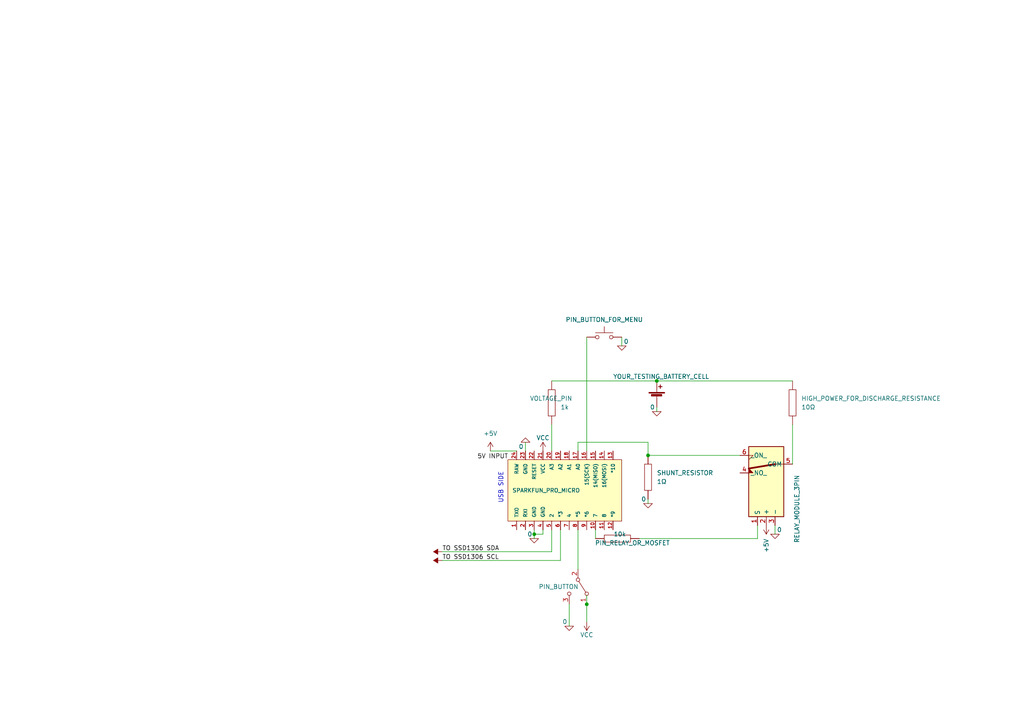
<source format=kicad_sch>
(kicad_sch (version 20211123) (generator eeschema)
  (paper "A4")
  (title_block (title "SimpleArduinoBatteryCapacityOLED") (date "2023-01-26") (rev "1.1") (company "joyel24 (JOEL M)"))
  (lib_symbols
    (symbol "Device:Battery_Cell" (pin_numbers hide) (pin_names (offset 0) hide)
      (property "Reference" "BT" (at 2.54 2.54 0))
      (property "Value" "Battery_Cell" (at 2.54 0 0))
      (symbol "Battery_Cell_0_1"
        (rectangle (start -2.286 1.778) (end 2.286 1.524) (fill (type outline)))
        (rectangle (start -1.5748 1.1938) (end 1.4732 0.6858) (fill (type outline)))
        (polyline (pts (xy 0 0.762) (xy 0 0)))
        (polyline (pts (xy 0 1.778) (xy 0 2.54)))
        (polyline (pts (xy 0.508 3.429) (xy 1.524 3.429)) (stroke (width 0.254)))
        (polyline (pts (xy 1.016 3.937) (xy 1.016 2.921)) (stroke (width 0.254)))
      )
      (symbol "Battery_Cell_1_1"
        (pin passive line (at 0 5.08 270) (length 2.54) (name "+") (number "1"))
        (pin passive line (at 0 -2.54 90) (length 2.54) (name "-") (number "2"))
      )
    )
    (symbol "Relay:DIPxx-1Cxx-51x"
      (property "Value" "RELAY_MODULE_3PIN" (at 11.43 0.0001 0))
      (symbol "DIPxx-1Cxx-51x_0_0"
        (polyline (pts (xy 2.54 5.08) (xy 2.54 3.81) (xy 3.81 5.08) (xy 2.54 5.08)) (fill (type outline)))
        (polyline (pts (xy 7.62 5.08) (xy 7.62 3.81) (xy 6.35 5.08) (xy 7.62 5.08)))
      )
      (symbol "DIPxx-1Cxx-51x_0_1"
        (rectangle (start -10.16 5.08) (end 10.16 -5.08) (stroke (width 0.254)) (fill (type background)))
        (polyline (pts (xy 5.08 -2.54) (xy 3.81 5.08)) (stroke (width 0.508)))
        (polyline (pts (xy 5.08 -2.54) (xy 5.08 -5.08)))
      )
      (symbol "DIPxx-1Cxx-51x_1_1"
        (pin passive line (at -12.7 2.54 0) (length 2.54) (name "S") (number "1"))
        (pin passive line (at -12.7 0 0) (length 2.54) (name "+") (number "2"))
        (pin passive line (at -12.7 -2.54 0) (length 2.54) (name "-") (number "3"))
        (pin passive line (at 2.54 7.62 270) (length 2.54) (name "_NO_") (number "4"))
        (pin passive line (at 5.08 -7.62 90) (length 2.54) (name "COM") (number "5"))
        (pin passive line (at 7.62 7.62 270) (length 2.54) (name "_ON_") (number "6"))
      )
    )
    (symbol "SparkFun-Boards:SPARKFUN_PRO_MICRO" (pin_names (offset 1.016))
      (property "Reference" "B?" (at -2.54 17.78 90))
      (property "Value" "SPARKFUN_PRO_MICRO" (at 0 17.78 90))
      (property "Field4" "XXX-00000" (at -3.81 -1.27 90))
      (symbol "SPARKFUN_PRO_MICRO_1_1"
        (polyline (pts (xy -8.89 16.51) (xy -8.89 -16.51) (xy 8.89 -16.51) (xy 8.89 16.51) (xy -8.89 16.51)) (fill (type background)))
        (pin bidirectional line (at -11.43 13.97 0) (length 2.54) (name "TXO") (number "1"))
        (pin bidirectional line (at -11.43 -8.89 0) (length 2.54) (name "7") (number "10"))
        (pin bidirectional line (at -11.43 -11.43 0) (length 2.54) (name "8") (number "11"))
        (pin bidirectional line (at -11.43 -13.97 0) (length 2.54) (name "*9") (number "12"))
        (pin bidirectional line (at 11.43 -13.97 180) (length 2.54) (name "*10") (number "13"))
        (pin bidirectional line (at 11.43 -11.43 180) (length 2.54) (name "16(MOSI)") (number "14"))
        (pin bidirectional line (at 11.43 -8.89 180) (length 2.54) (name "14(MISO)") (number "15"))
        (pin bidirectional line (at 11.43 -6.35 180) (length 2.54) (name "15(SCK)") (number "16"))
        (pin bidirectional line (at 11.43 -3.81 180) (length 2.54) (name "A0") (number "17"))
        (pin bidirectional line (at 11.43 -1.27 180) (length 2.54) (name "A1") (number "18"))
        (pin bidirectional line (at 11.43 1.27 180) (length 2.54) (name "A2") (number "19"))
        (pin bidirectional line (at -11.43 11.43 0) (length 2.54) (name "RXI") (number "2"))
        (pin bidirectional line (at 11.43 3.81 180) (length 2.54) (name "A3") (number "20"))
        (pin power_in line (at 11.43 6.35 180) (length 2.54) (name "VCC") (number "21"))
        (pin bidirectional line (at 11.43 8.89 180) (length 2.54) (name "RESET") (number "22"))
        (pin power_in line (at 11.43 11.43 180) (length 2.54) (name "GND") (number "23"))
        (pin power_in line (at 11.43 13.97 180) (length 2.54) (name "RAW") (number "24"))
        (pin power_in line (at -11.43 8.89 0) (length 2.54) (name "GND") (number "3"))
        (pin power_in line (at -11.43 6.35 0) (length 2.54) (name "GND") (number "4"))
        (pin bidirectional line (at -11.43 3.81 0) (length 2.54) (name "2") (number "5"))
        (pin bidirectional line (at -11.43 1.27 0) (length 2.54) (name "*3") (number "6"))
        (pin bidirectional line (at -11.43 -1.27 0) (length 2.54) (name "4") (number "7"))
        (pin bidirectional line (at -11.43 -3.81 0) (length 2.54) (name "*5") (number "8"))
        (pin bidirectional line (at -11.43 -6.35 0) (length 2.54) (name "*6") (number "9"))
      )
    )
    (symbol "Switch:SW_DPDT_x2" (pin_names (offset 0) hide)
      (property "Reference" "SW" (at 0 4.318 0))
      (property "Value" "SW_DPDT_x2" (at 0 -5.08 0))
      (symbol "SW_DPDT_x2_0_0"
        (circle (center -2.032 0) (radius 0.508))
        (circle (center 2.032 -2.54) (radius 0.508))
      )
      (symbol "SW_DPDT_x2_0_1"
        (polyline (pts (xy -1.524 0.254) (xy 1.651 2.286)))
        (circle (center 2.032 2.54) (radius 0.508))
      )
      (symbol "SW_DPDT_x2_1_1"
        (pin passive line (at 5.08 2.54 180) (length 2.54) (name "A") (number "1"))
        (pin passive line (at -5.08 0 0) (length 2.54) (name "B") (number "2"))
        (pin passive line (at 5.08 -2.54 180) (length 2.54) (name "C") (number "3"))
      )
      (symbol "SW_DPDT_x2_2_1"
        (pin passive line (at 5.08 2.54 180) (length 2.54) (name "A") (number "4"))
        (pin passive line (at -5.08 0 0) (length 2.54) (name "B") (number "5"))
        (pin passive line (at 5.08 -2.54 180) (length 2.54) (name "C") (number "6"))
      )
    )
    (symbol "Switch:SW_MEC_5G" (pin_numbers hide) (pin_names (offset 1.016) hide)
      (property "Reference" "SW" (at 1.27 2.54 0))
      (property "Value" "SW_MEC_5G" (at 0 -1.524 0))
      (symbol "SW_MEC_5G_0_1"
        (circle (center -2.032 0) (radius 0.508))
        (polyline (pts (xy 0 1.27) (xy 0 3.048)))
        (polyline (pts (xy 2.54 1.27) (xy -2.54 1.27)))
        (circle (center 2.032 0) (radius 0.508))
        (pin passive line (at -5.08 0 0) (length 2.54) (name "A") (number "1"))
        (pin passive line (at 5.08 0 180) (length 2.54) (name "B") (number "3"))
      )
      (symbol "SW_MEC_5G_1_1"
        (pin passive line (at -5.08 0 0) (length 2.54) hide (name "A") (number "2"))
        (pin passive line (at 5.08 0 180) (length 2.54) hide (name "B") (number "4"))
      )
    )
    (symbol "power:+5V" (power) (pin_names (offset 0))
      (property "Value" "+5V" (at 0 3.556 0))
      (symbol "+5V_0_1"
        (polyline (pts (xy -0.762 1.27) (xy 0 2.54)))
        (polyline (pts (xy 0 0) (xy 0 2.54)))
        (polyline (pts (xy 0 2.54) (xy 0.762 1.27)))
      )
      (symbol "+5V_1_1"
        (pin power_in line (at 0 0 90) (length 0) hide (name "+5V") (number "1"))
      )
    )
    (symbol "power:VCC" (power) (pin_names (offset 0))
      (property "Value" "VCC" (at 0 3.81 0))
      (symbol "VCC_0_1"
        (polyline (pts (xy -0.762 1.27) (xy 0 2.54)))
        (polyline (pts (xy 0 0) (xy 0 2.54)))
        (polyline (pts (xy 0 2.54) (xy 0.762 1.27)))
      )
      (symbol "VCC_1_1"
        (pin power_in line (at 0 0 90) (length 0) hide (name "VCC") (number "1"))
      )
    )
    (symbol "power:VSS" (power) (pin_names (offset 0))
      (property "Value" "VSS" (at 0 3.81 0))
      (symbol "VSS_0_1"
        (polyline (pts (xy 0 0) (xy 0 2.54)))
        (polyline (pts (xy 0.762 1.27) (xy -0.762 1.27) (xy 0 2.54) (xy 0.762 1.27)) (fill (type outline)))
      )
      (symbol "VSS_1_1"
        (pin power_in line (at 0 0 90) (length 0) hide (name "VSS") (number "1"))
      )
    )
    (symbol "pspice:0" (power) (pin_names (offset 0))
      (property "Value" "0" (at 0 -1.778 0))
      (symbol "0_0_1"
        (polyline (pts (xy -1.27 0) (xy 0 -1.27) (xy 1.27 0) (xy -1.27 0)))
      )
      (symbol "0_1_1"
        (pin power_in line (at 0 0 0) (length 0) hide (name "0") (number "1"))
      )
    )
    (symbol "pspice:R" (pin_numbers hide) (pin_names (offset 0))
      (property "Reference" "R" (at 2.032 0 90))
      (property "Value" "R" (at 0 0 90))
      (symbol "R_0_1"
        (rectangle (start -1.016 3.81) (end 1.016 -3.81))
      )
      (symbol "R_1_1"
        (pin passive line (at 0 6.35 270) (length 2.54) (name "~") (number "1"))
        (pin passive line (at 0 -6.35 90) (length 2.54) (name "~") (number "2"))
      )
    )
  )
  (junction (at 170.18 175.26))
  (junction (at 190.5 110.49))
  (junction (at 187.96 132.08))
  (junction (at 154.94 154.94))
  (wire (pts (xy 187.96 144.78) (xy 187.96 146.05)))
  (wire (pts (xy 190.5 110.49) (xy 160.02 110.49)))
  (wire (pts (xy 224.79 152.4) (xy 224.79 154.94)))
  (wire (pts (xy 187.96 132.08) (xy 187.96 128.27)))
  (wire (pts (xy 219.71 152.4) (xy 219.71 156.21)))
  (wire (pts (xy 170.18 97.79) (xy 170.18 130.81)))
  (wire (pts (xy 162.56 153.67) (xy 162.56 162.56)))
  (wire (pts (xy 185.42 156.21) (xy 219.71 156.21)))
  (wire (pts (xy 180.34 100.33) (xy 180.34 97.79)))
  (wire (pts (xy 165.1 175.26) (xy 165.1 181.61)))
  (wire (pts (xy 167.64 153.67) (xy 167.64 165.1)))
  (wire (pts (xy 187.96 128.27) (xy 167.64 128.27)))
  (wire (pts (xy 190.5 118.11) (xy 190.5 119.38)))
  (wire (pts (xy 170.18 175.26) (xy 170.18 180.34)))
  (wire (pts (xy 160.02 153.67) (xy 160.02 160.02)))
  (wire (pts (xy 157.48 153.67) (xy 157.48 154.94)))
  (wire (pts (xy 157.48 154.94) (xy 154.94 154.94)))
  (wire (pts (xy 187.96 132.08) (xy 214.63 132.08)))
  (wire (pts (xy 170.18 172.72) (xy 170.18 175.26)))
  (wire (pts (xy 229.87 123.19) (xy 229.87 134.62)))
  (wire (pts (xy 154.94 154.94) (xy 154.94 153.67)))
  (wire (pts (xy 172.72 153.67) (xy 172.72 156.21)))
  (wire (pts (xy 128.27 160.02) (xy 160.02 160.02)))
  (wire (pts (xy 160.02 123.19) (xy 160.02 130.81)))
  (wire (pts (xy 154.94 156.21) (xy 154.94 154.94)))
  (wire (pts (xy 167.64 128.27) (xy 167.64 130.81)))
  (wire (pts (xy 152.4 128.27) (xy 152.4 130.81)))
  (wire (pts (xy 190.5 110.49) (xy 229.87 110.49)))
  (wire (pts (xy 128.27 162.56) (xy 162.56 162.56)))
  (wire (pts (xy 142.24 130.81) (xy 149.86 130.81)))
  (text "USB SIDE\n" (at 146.05 146.05 90) (effects (font (size 1.27 1.27)) (justify left bottom)))
  (label "TO SSD1306 SCL" (at 128.27 162.56 0))
  (label "TO SSD1306 SDA" (at 128.27 160.02 0))
  (label "5V INPUT" (at 138.43 133.35 0))
  (symbol (lib_id "pspice:R") (at 187.96 138.43 0) (unit 1)
    (property "Reference" "SHUNT_RESISTOR" (at 190.5 137.1599 0) (effects (justify left)))
    (property "Value" "1Ω" (at 190.5 139.6999 0) (effects (justify left)))
  )
  (symbol (lib_id "pspice:R") (at 160.02 116.84 0) (unit 1)
    (property "Reference" "VOLTAGE_PIN" (at 153.67 115.57 0) (effects (justify left)))
    (property "Value" "1k" (at 162.56 118.1099 0) (effects (justify left)))
  )
  (symbol (lib_id "power:VSS") (at 128.27 162.56 90) (unit 1)
    (property "Reference" "#PWR?" (effects hide))
    (property "Value" "VSS" (effects hide))
  )
  (symbol (lib_id "pspice:R") (at 179.07 156.21 90) (unit 1)
    (property "Reference" "PIN_RELAY_OR_MOSFET" (at 194.31 157.48 90) (effects (justify left)))
    (property "Value" "10k" (at 181.61 154.94 90) (effects (justify left)))
  )
  (symbol (lib_id "pspice:0") (at 154.94 156.21 0) (unit 1)
    (property "Reference" "#GND?" (effects hide))
    (property "Value" "0" (at 153.67 154.94 0))
  )
  (symbol (lib_id "power:VSS") (at 128.27 160.02 90) (unit 1)
    (property "Reference" "#PWR?" (effects hide))
    (property "Value" "VSS" (effects hide))
  )
  (symbol (lib_id "pspice:0") (at 180.34 100.33 0) (unit 1)
    (property "Reference" "#GND?" (effects hide))
    (property "Value" "0" (at 181.61 99.06 0))
  )
  (symbol (lib_id "SparkFun-Boards:SPARKFUN_PRO_MICRO") (at 163.83 142.24 90) (unit 1)
    (property "Reference" "B?" (effects hide))
    (property "Value" "SPARKFUN_PRO_MICRO" (at 148.59 142.24 90) (effects (font (size 1.143 1.143)) (justify right)))
    (property "Footprint" "SPARKFUN_PRO_MICRO" (effects hide))
    (property "Field4" "XXX-00000" (effects hide))
  )
  (symbol (lib_id "power:+5V") (at 222.25 152.4 180) (unit 1)
    (property "Reference" "#PWR?" (effects hide))
    (property "Value" "+5V" (at 222.25 156.21 90) (effects (justify left)))
  )
  (symbol (lib_id "pspice:0") (at 165.1 181.61 0) (unit 1)
    (property "Reference" "#GND?" (effects hide))
    (property "Value" "0" (at 163.83 180.34 0))
  )
  (symbol (lib_id "Switch:SW_DPDT_x2") (at 167.64 170.18 270) (unit 1)
    (property "Reference" "PIN_BUTTON_" (effects hide))
    (property "Value" "PIN_BUTTON" (at 156.21 170.18 90) (effects (justify left)))
  )
  (symbol (lib_id "Relay:DIPxx-1Cxx-51x") (at 222.25 139.7 90) (unit 1)
    (property "Reference" "K?" (effects hide))
    (property "Value" "RELAY_MODULE_3PIN" (at 231.14 157.48 0) (effects (justify left)))
    (property "Footprint" "Relay_THT:Relay_StandexMeder_DIP_LowProfile" (effects hide))
    (property "Datasheet" "https://standexelectronics.com/wp-content/uploads/datasheet_reed_relay_DIP.pdf" (effects hide))
  )
  (symbol (lib_id "power:VCC") (at 157.48 130.81 0) (unit 1)
    (property "Reference" "#PWR?" (effects hide))
    (property "Value" "VCC" (at 157.48 127 0))
  )
  (symbol (lib_id "Device:Battery_Cell") (at 190.5 115.57 0) (unit 1)
    (property "Reference" "BT?" (effects hide))
    (property "Value" "YOUR_TESTING_BATTERY_CELL" (at 177.8 109.22 0) (effects (justify left)))
  )
  (symbol (lib_id "power:VCC") (at 170.18 180.34 180) (unit 1)
    (property "Reference" "#PWR?" (effects hide))
    (property "Value" "VCC" (at 170.18 184.15 0))
  )
  (symbol (lib_id "pspice:0") (at 152.4 128.27 180) (unit 1)
    (property "Reference" "#GND?" (effects hide))
    (property "Value" "0" (at 151.13 129.54 0))
  )
  (symbol (lib_id "power:+5V") (at 142.24 130.81 0) (unit 1)
    (property "Reference" "#PWR?" (effects hide))
    (property "Value" "+5V" (at 142.24 125.73 0))
  )
  (symbol (lib_id "pspice:0") (at 187.96 146.05 0) (unit 1)
    (property "Reference" "#GND?" (effects hide))
    (property "Value" "0" (at 186.69 144.78 0))
  )
  (symbol (lib_id "pspice:0") (at 224.79 154.94 0) (unit 1)
    (property "Reference" "#GND?" (effects hide))
    (property "Value" "0" (at 226.06 153.67 0))
  )
  (symbol (lib_id "Switch:SW_MEC_5G") (at 175.26 97.79 0) (unit 1)
    (property "Reference" "SW?" (effects hide))
    (property "Value" "PIN_BUTTON_FOR_MENU" (at 175.26 92.71 0))
    (property "Datasheet" "http://www.apem.com/int/index.php?controller=attachment&id_attachment=488" (effects hide))
  )
  (symbol (lib_id "pspice:0") (at 190.5 119.38 0) (unit 1)
    (property "Reference" "#GND?" (effects hide))
    (property "Value" "0" (at 189.23 118.11 0))
  )
  (symbol (lib_id "pspice:R") (at 229.87 116.84 0) (unit 1)
    (property "Reference" "HIGH_POWER_FOR_DISCHARGE_RESISTANCE" (at 232.41 115.5699 0) (effects (justify left)))
    (property "Value" "10Ω" (at 232.41 118.1099 0) (effects (justify left)))
  )
)
</source>
